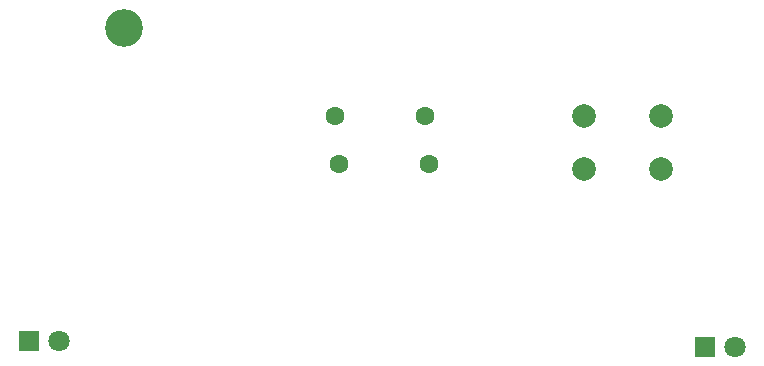
<source format=gbr>
%TF.GenerationSoftware,KiCad,Pcbnew,9.0.2*%
%TF.CreationDate,2025-05-31T15:25:19-05:00*%
%TF.ProjectId,first_pcb_project,66697273-745f-4706-9362-5f70726f6a65,rev?*%
%TF.SameCoordinates,Original*%
%TF.FileFunction,Soldermask,Top*%
%TF.FilePolarity,Negative*%
%FSLAX46Y46*%
G04 Gerber Fmt 4.6, Leading zero omitted, Abs format (unit mm)*
G04 Created by KiCad (PCBNEW 9.0.2) date 2025-05-31 15:25:19*
%MOMM*%
%LPD*%
G01*
G04 APERTURE LIST*
%ADD10C,1.800000*%
%ADD11R,1.800000X1.800000*%
%ADD12C,3.200000*%
%ADD13C,1.600000*%
%ADD14C,2.000000*%
G04 APERTURE END LIST*
D10*
%TO.C,D1*%
X96500000Y-72000000D03*
D11*
X93960000Y-72000000D03*
%TD*%
D12*
%TO.C,REF\u002A\u002A*%
X102000000Y-45500000D03*
%TD*%
D13*
%TO.C,R2*%
X120190000Y-57000000D03*
X127810000Y-57000000D03*
%TD*%
%TO.C,R1*%
X119880000Y-53000000D03*
X127500000Y-53000000D03*
%TD*%
D11*
%TO.C,D2*%
X151225000Y-72500000D03*
D10*
X153765000Y-72500000D03*
%TD*%
D14*
%TO.C,SW1*%
X141000000Y-53000000D03*
X147500000Y-53000000D03*
X141000000Y-57500000D03*
X147500000Y-57500000D03*
%TD*%
M02*

</source>
